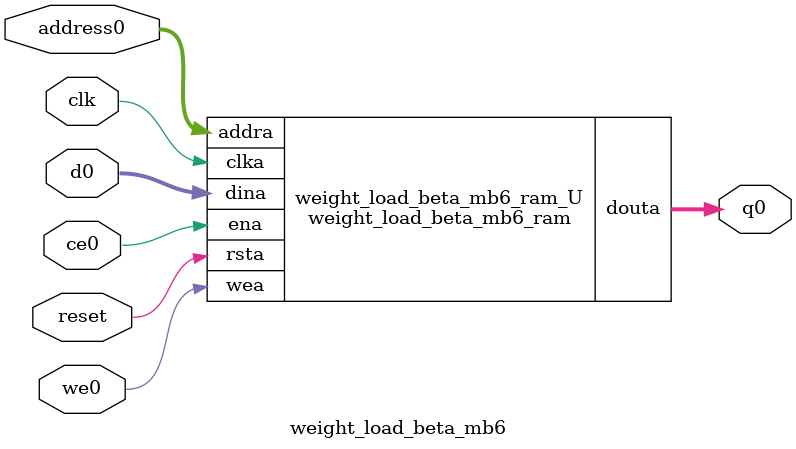
<source format=v>

`timescale 1ps/1ps
module weight_load_beta_mb6_ram # (

  // Common module parameters
  parameter integer                 MEMORY_SIZE        = 2048,
  parameter                         MEMORY_PRIMITIVE   = "ultra",
  parameter                         ECC_MODE           = "no_ecc",
  parameter                         MEMORY_INIT_FILE   = "none",
  parameter                         WAKEUP_TIME        = "disable_sleep",
  parameter integer                 MESSAGE_CONTROL    = 0,

  // Port A module parameters
  parameter integer                 WRITE_DATA_WIDTH_A = 512,
  parameter integer                 READ_DATA_WIDTH_A  = WRITE_DATA_WIDTH_A,
  parameter integer                 BYTE_WRITE_WIDTH_A = WRITE_DATA_WIDTH_A,
  parameter integer                 ADDR_WIDTH_A       = 2,
  parameter                         READ_RESET_VALUE_A = "0",
  parameter integer                 READ_LATENCY_A     = 2,
  parameter                         WRITE_MODE_A       = "read_first"

) (

  // Port A module ports
  input  wire                                               clka,
  input  wire                                               rsta,
  input  wire                                               ena,
  input  wire [(WRITE_DATA_WIDTH_A/BYTE_WRITE_WIDTH_A)-1:0] wea,
  input  wire [ADDR_WIDTH_A-1:0]                            addra,
  input  wire [WRITE_DATA_WIDTH_A-1:0]                      dina,
  output wire [READ_DATA_WIDTH_A-1:0]                       douta

);

// Set parameter values and connect ports to instantiate an XPM_MEMORY single port RAM configuration
xpm_memory_spram # (

  // Common module parameters
  .MEMORY_SIZE        (MEMORY_SIZE),   //positive integer
  .MEMORY_PRIMITIVE   (MEMORY_PRIMITIVE),      //string; "auto", "distributed", "block" or "ultra";
  .ECC_MODE           (ECC_MODE),      //do not change
  .MEMORY_INIT_FILE   (MEMORY_INIT_FILE), //string; "none" or "<filename>.mem" 
  .MEMORY_INIT_PARAM  (""), //string;
  .WAKEUP_TIME        (WAKEUP_TIME),      //string; "disable_sleep" or "use_sleep_pin"
  .MESSAGE_CONTROL    (MESSAGE_CONTROL),      //do not change

  // Port A module parameters
  .WRITE_DATA_WIDTH_A (WRITE_DATA_WIDTH_A),     //positive integer
  .READ_DATA_WIDTH_A  (READ_DATA_WIDTH_A),     //positive integer
  .BYTE_WRITE_WIDTH_A (BYTE_WRITE_WIDTH_A),     //integer; 8, 9, or WRITE_DATA_WIDTH_A value
  .ADDR_WIDTH_A       (ADDR_WIDTH_A),      //positive integer
  .READ_RESET_VALUE_A (READ_RESET_VALUE_A),  //string
  .READ_LATENCY_A     (READ_LATENCY_A),      //non-negative integer
  .WRITE_MODE_A       (WRITE_MODE_A)       //string; "write_first", "read_first", "no_change"

) xpm_memory_spram_inst (

  // Common module ports
  .sleep          (1'b0),  //do not change

  // Port A module ports
  .clka           (clka),
  .rsta           (rsta),
  .ena            (ena),
  .regcea         (ena),
  .wea            (wea),
  .addra          (addra),
  .dina           (dina),
  .injectsbiterra (1'b0),  //do not change
  .injectdbiterra (1'b0),  //do not change
  .douta          (douta),
  .sbiterra       (),      //do not change
  .dbiterra       ()       //do not change

);

endmodule : weight_load_beta_mb6_ram
`timescale 1 ns / 1 ps
module weight_load_beta_mb6(
    reset,
    clk,
    address0,
    ce0,
    we0,
    d0,
    q0);

parameter DataWidth = 32'd512;
parameter AddressRange = 32'd4;
parameter AddressWidth = 32'd2;
input reset;
input clk;
input[AddressWidth - 1:0] address0;
input ce0;
input we0;
input[DataWidth - 1:0] d0;
output[DataWidth - 1:0] q0;



weight_load_beta_mb6_ram weight_load_beta_mb6_ram_U(
    .clka( clk ),
    .rsta( reset ),
    .addra( address0 ),
    .ena( ce0 ),
    .dina( d0 ),
    .wea( we0 ),
    .douta( q0 ));

endmodule


</source>
